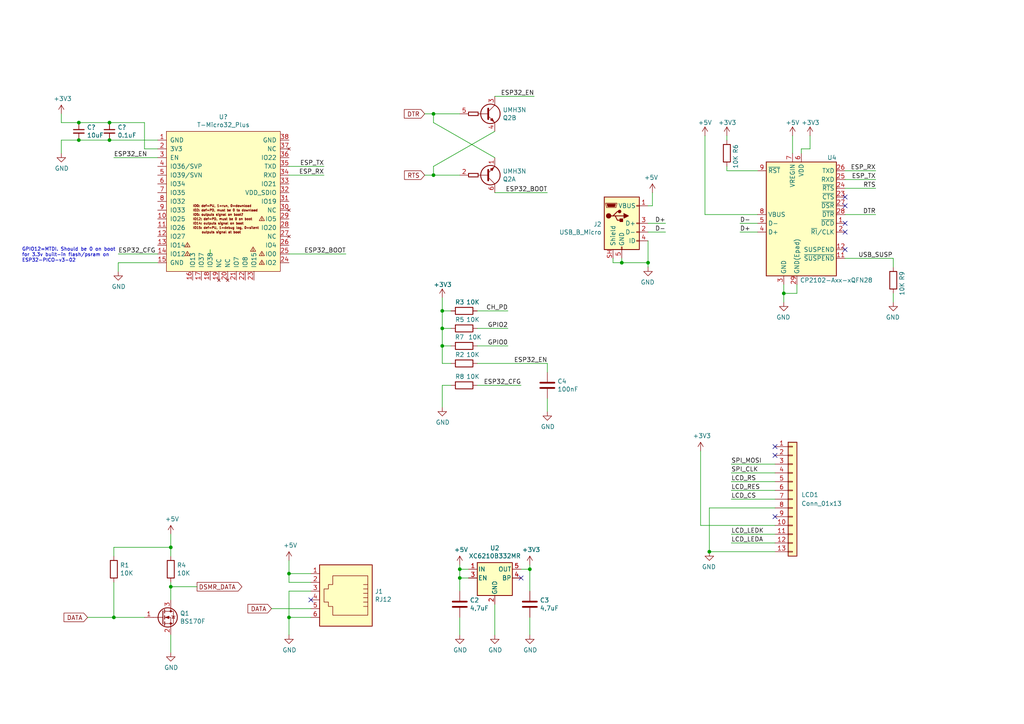
<source format=kicad_sch>
(kicad_sch (version 20211123) (generator eeschema)
  (paper "A4")
  (lib_symbols
    (symbol "Connector:RJ12" (pin_names (offset 1.016))
      (property "Reference" "J" (at -5.08 11.43 0))
      (property "Value" "RJ12" (at 2.54 11.43 0))
      (symbol "RJ12_0_1"
        (polyline (pts (xy -6.35 -1.905) (xy -5.08 -1.905) (xy -5.08 -1.905)))
        (polyline (pts (xy -6.35 -0.635) (xy -5.08 -0.635) (xy -5.08 -0.635)))
        (polyline (pts (xy -6.35 0.635) (xy -5.08 0.635) (xy -5.08 0.635)))
        (polyline (pts (xy -6.35 1.905) (xy -5.08 1.905) (xy -5.08 1.905)))
        (polyline (pts (xy -6.35 3.175) (xy -5.08 3.175) (xy -5.08 3.175)))
        (polyline (pts (xy -5.08 4.445) (xy -6.35 4.445) (xy -6.35 4.445)))
        (polyline (pts (xy -6.35 -4.445) (xy -6.35 6.985) (xy 3.81 6.985) (xy 3.81 4.445) (xy 5.08 4.445) (xy 5.08 3.175) (xy 6.35 3.175) (xy 6.35 -0.635) (xy 5.08 -0.635) (xy 5.08 -1.905) (xy 3.81 -1.905) (xy 3.81 -4.445) (xy -6.35 -4.445) (xy -6.35 -4.445)))
        (rectangle (start 7.62 10.16) (end -7.62 -7.62) (stroke (width 0.254)) (fill (type background)))
      )
      (symbol "RJ12_1_1"
        (pin passive line (at 10.16 -5.08 180) (length 2.54) (name "~") (number "1"))
        (pin passive line (at 10.16 -2.54 180) (length 2.54) (name "~") (number "2"))
        (pin passive line (at 10.16 0 180) (length 2.54) (name "~") (number "3"))
        (pin passive line (at 10.16 2.54 180) (length 2.54) (name "~") (number "4"))
        (pin passive line (at 10.16 5.08 180) (length 2.54) (name "~") (number "5"))
        (pin passive line (at 10.16 7.62 180) (length 2.54) (name "~") (number "6"))
      )
    )
    (symbol "Connector:USB_B_Micro" (pin_names (offset 1.016))
      (property "Reference" "J" (at -5.08 11.43 0))
      (property "Value" "USB_B_Micro" (at -5.08 8.89 0))
      (symbol "USB_B_Micro_0_1"
        (rectangle (start -5.08 -7.62) (end 5.08 7.62) (stroke (width 0.254)) (fill (type background)))
        (circle (center -3.81 2.159) (radius 0.635) (stroke (width 0.254)) (fill (type outline)))
        (circle (center -0.635 3.429) (radius 0.381) (stroke (width 0.254)) (fill (type outline)))
        (rectangle (start -0.127 -7.62) (end 0.127 -6.858))
        (polyline (pts (xy -1.905 2.159) (xy 0.635 2.159)) (stroke (width 0.254)))
        (polyline (pts (xy -3.175 2.159) (xy -2.54 2.159) (xy -1.27 3.429) (xy -0.635 3.429)) (stroke (width 0.254)))
        (polyline (pts (xy -2.54 2.159) (xy -1.905 2.159) (xy -1.27 0.889) (xy 0 0.889)) (stroke (width 0.254)))
        (polyline (pts (xy 0.635 2.794) (xy 0.635 1.524) (xy 1.905 2.159) (xy 0.635 2.794)) (stroke (width 0.254)) (fill (type outline)))
        (polyline (pts (xy -4.318 5.588) (xy -1.778 5.588) (xy -2.032 4.826) (xy -4.064 4.826) (xy -4.318 5.588)) (fill (type outline)))
        (polyline (pts (xy -4.699 5.842) (xy -4.699 5.588) (xy -4.445 4.826) (xy -4.445 4.572) (xy -1.651 4.572) (xy -1.651 4.826) (xy -1.397 5.588) (xy -1.397 5.842) (xy -4.699 5.842)))
        (rectangle (start 0.254 1.27) (end -0.508 0.508) (stroke (width 0.254)) (fill (type outline)))
        (rectangle (start 5.08 -5.207) (end 4.318 -4.953))
        (rectangle (start 5.08 -2.667) (end 4.318 -2.413))
        (rectangle (start 5.08 -0.127) (end 4.318 0.127))
        (rectangle (start 5.08 4.953) (end 4.318 5.207))
      )
      (symbol "USB_B_Micro_1_1"
        (pin power_out line (at 7.62 5.08 180) (length 2.54) (name "VBUS") (number "1"))
        (pin bidirectional line (at 7.62 -2.54 180) (length 2.54) (name "D-") (number "2"))
        (pin bidirectional line (at 7.62 0 180) (length 2.54) (name "D+") (number "3"))
        (pin passive line (at 7.62 -5.08 180) (length 2.54) (name "ID") (number "4"))
        (pin power_out line (at 0 -10.16 90) (length 2.54) (name "GND") (number "5"))
        (pin passive line (at -2.54 -10.16 90) (length 2.54) (name "Shield") (number "SH"))
      )
    )
    (symbol "Connector_Generic:Conn_01x13" (pin_names (offset 1.016) hide)
      (property "Reference" "J" (at 0 17.78 0))
      (property "Value" "Conn_01x13" (at 0 -17.78 0))
      (symbol "Conn_01x13_1_1"
        (rectangle (start -1.27 -15.113) (end 0 -15.367) (stroke (width 0.1524)))
        (rectangle (start -1.27 -12.573) (end 0 -12.827) (stroke (width 0.1524)))
        (rectangle (start -1.27 -10.033) (end 0 -10.287) (stroke (width 0.1524)))
        (rectangle (start -1.27 -7.493) (end 0 -7.747) (stroke (width 0.1524)))
        (rectangle (start -1.27 -4.953) (end 0 -5.207) (stroke (width 0.1524)))
        (rectangle (start -1.27 -2.413) (end 0 -2.667) (stroke (width 0.1524)))
        (rectangle (start -1.27 0.127) (end 0 -0.127) (stroke (width 0.1524)))
        (rectangle (start -1.27 2.667) (end 0 2.413) (stroke (width 0.1524)))
        (rectangle (start -1.27 5.207) (end 0 4.953) (stroke (width 0.1524)))
        (rectangle (start -1.27 7.747) (end 0 7.493) (stroke (width 0.1524)))
        (rectangle (start -1.27 10.287) (end 0 10.033) (stroke (width 0.1524)))
        (rectangle (start -1.27 12.827) (end 0 12.573) (stroke (width 0.1524)))
        (rectangle (start -1.27 15.367) (end 0 15.113) (stroke (width 0.1524)))
        (rectangle (start -1.27 16.51) (end 1.27 -16.51) (stroke (width 0.254)) (fill (type background)))
        (pin passive line (at -5.08 15.24 0) (length 3.81) (name "Pin_1") (number "1"))
        (pin passive line (at -5.08 -7.62 0) (length 3.81) (name "Pin_10") (number "10"))
        (pin passive line (at -5.08 -10.16 0) (length 3.81) (name "Pin_11") (number "11"))
        (pin passive line (at -5.08 -12.7 0) (length 3.81) (name "Pin_12") (number "12"))
        (pin passive line (at -5.08 -15.24 0) (length 3.81) (name "Pin_13") (number "13"))
        (pin passive line (at -5.08 12.7 0) (length 3.81) (name "Pin_2") (number "2"))
        (pin passive line (at -5.08 10.16 0) (length 3.81) (name "Pin_3") (number "3"))
        (pin passive line (at -5.08 7.62 0) (length 3.81) (name "Pin_4") (number "4"))
        (pin passive line (at -5.08 5.08 0) (length 3.81) (name "Pin_5") (number "5"))
        (pin passive line (at -5.08 2.54 0) (length 3.81) (name "Pin_6") (number "6"))
        (pin passive line (at -5.08 0 0) (length 3.81) (name "Pin_7") (number "7"))
        (pin passive line (at -5.08 -2.54 0) (length 3.81) (name "Pin_8") (number "8"))
        (pin passive line (at -5.08 -5.08 0) (length 3.81) (name "Pin_9") (number "9"))
      )
    )
    (symbol "Device:C" (pin_numbers hide) (pin_names (offset 0.254))
      (property "Reference" "C" (at 0.635 2.54 0))
      (property "Value" "C" (at 0.635 -2.54 0))
      (symbol "C_0_1"
        (polyline (pts (xy -2.032 -0.762) (xy 2.032 -0.762)) (stroke (width 0.508)))
        (polyline (pts (xy -2.032 0.762) (xy 2.032 0.762)) (stroke (width 0.508)))
      )
      (symbol "C_1_1"
        (pin passive line (at 0 3.81 270) (length 2.794) (name "~") (number "1"))
        (pin passive line (at 0 -3.81 90) (length 2.794) (name "~") (number "2"))
      )
    )
    (symbol "Device:C_Small" (pin_numbers hide) (pin_names (offset 0.254) hide)
      (property "Reference" "C" (at 0.254 1.778 0))
      (property "Value" "C_Small" (at 0.254 -2.032 0))
      (symbol "C_Small_0_1"
        (polyline (pts (xy -1.524 -0.508) (xy 1.524 -0.508)) (stroke (width 0.3302)))
        (polyline (pts (xy -1.524 0.508) (xy 1.524 0.508)) (stroke (width 0.3048)))
      )
      (symbol "C_Small_1_1"
        (pin passive line (at 0 2.54 270) (length 2.032) (name "~") (number "1"))
        (pin passive line (at 0 -2.54 90) (length 2.032) (name "~") (number "2"))
      )
    )
    (symbol "Device:R" (pin_numbers hide) (pin_names (offset 0))
      (property "Reference" "R" (at 2.032 0 90))
      (property "Value" "R" (at 0 0 90))
      (symbol "R_0_1"
        (rectangle (start -1.016 -2.54) (end 1.016 2.54) (stroke (width 0.254)))
      )
      (symbol "R_1_1"
        (pin passive line (at 0 3.81 270) (length 1.27) (name "~") (number "1"))
        (pin passive line (at 0 -3.81 90) (length 1.27) (name "~") (number "2"))
      )
    )
    (symbol "Interface_USB:CP2102-Axx-xQFN28"
      (property "Reference" "U" (at -8.89 31.75 0))
      (property "Value" "Interface_USB_CP2102-Axx-xQFN28" (at 12.7 31.75 0))
      (symbol "CP2102-Axx-xQFN28_0_1"
        (rectangle (start -10.16 30.48) (end 10.16 -2.54) (stroke (width 0.254)) (fill (type background)))
      )
      (symbol "CP2102-Axx-xQFN28_1_1"
        (pin input line (at 12.7 12.7 180) (length 2.54) (name "~{DCD}") (number "1"))
        (pin no_connect line (at -12.7 0 0) (length 2.54) hide (name "NC") (number "10"))
        (pin output line (at 12.7 2.54 180) (length 2.54) (name "~{SUSPEND}") (number "11"))
        (pin output line (at 12.7 5.08 180) (length 2.54) (name "SUSPEND") (number "12"))
        (pin no_connect line (at -12.7 1.27 0) (length 2.54) hide (name "~") (number "13"))
        (pin no_connect line (at -12.7 -1.27 0) (length 2.54) hide (name "~") (number "14"))
        (pin no_connect line (at -12.7 7.62 0) (length 2.54) hide (name "~") (number "15"))
        (pin no_connect line (at -12.7 6.35 0) (length 2.54) hide (name "~") (number "16"))
        (pin no_connect line (at -12.7 2.54 0) (length 2.54) hide (name "~") (number "17"))
        (pin no_connect line (at -12.7 19.05 0) (length 2.54) hide (name "~") (number "18"))
        (pin no_connect line (at -12.7 20.32 0) (length 2.54) hide (name "~") (number "19"))
        (pin bidirectional line (at 12.7 10.16 180) (length 2.54) (name "~{RI}/CLK") (number "2"))
        (pin no_connect line (at -12.7 21.59 0) (length 2.54) hide (name "~") (number "20"))
        (pin no_connect line (at -12.7 5.08 0) (length 2.54) hide (name "~") (number "21"))
        (pin no_connect line (at -12.7 3.81 0) (length 2.54) hide (name "~") (number "22"))
        (pin input line (at 12.7 20.32 180) (length 2.54) (name "~{CTS}") (number "23"))
        (pin output line (at 12.7 22.86 180) (length 2.54) (name "~{RTS}") (number "24"))
        (pin input line (at 12.7 25.4 180) (length 2.54) (name "RXD") (number "25"))
        (pin output line (at 12.7 27.94 180) (length 2.54) (name "TXD") (number "26"))
        (pin input line (at 12.7 17.78 180) (length 2.54) (name "~{DSR}") (number "27"))
        (pin output line (at 12.7 15.24 180) (length 2.54) (name "~{DTR}") (number "28"))
        (pin passive line (at -1.27 -5.08 90) (length 2.54) (name "GND(Epad)") (number "29"))
        (pin power_in line (at -5.08 -5.08 90) (length 2.54) (name "GND") (number "3"))
        (pin bidirectional line (at -12.7 10.16 0) (length 2.54) (name "D+") (number "4"))
        (pin bidirectional line (at -12.7 12.7 0) (length 2.54) (name "D-") (number "5"))
        (pin power_in line (at 0 33.02 270) (length 2.54) (name "VDD") (number "6"))
        (pin power_in line (at -2.54 33.02 270) (length 2.54) (name "VREGIN") (number "7"))
        (pin input line (at -12.7 15.24 0) (length 2.54) (name "VBUS") (number "8"))
        (pin input line (at -12.7 27.94 0) (length 2.54) (name "~{RST}") (number "9"))
      )
    )
    (symbol "Regulator_Linear:MIC5219-3.3YM5" (pin_names (offset 0.254))
      (property "Reference" "U" (at -3.81 5.715 0))
      (property "Value" "MIC5219-3.3YM5" (at 0 5.715 0))
      (symbol "MIC5219-3.3YM5_0_1"
        (rectangle (start -5.08 4.445) (end 5.08 -5.08) (stroke (width 0.254)) (fill (type background)))
      )
      (symbol "MIC5219-3.3YM5_1_1"
        (pin power_in line (at -7.62 2.54 0) (length 2.54) (name "IN") (number "1"))
        (pin power_in line (at 0 -7.62 90) (length 2.54) (name "GND") (number "2"))
        (pin input line (at -7.62 0 0) (length 2.54) (name "EN") (number "3"))
        (pin input line (at 7.62 0 180) (length 2.54) (name "BP") (number "4"))
        (pin power_out line (at 7.62 2.54 180) (length 2.54) (name "OUT") (number "5"))
      )
    )
    (symbol "Transistor_BJT:UMH3N" (pin_names hide)
      (property "Reference" "Q" (at 7.62 1.27 0))
      (property "Value" "UMH3N" (at 7.62 -1.27 0))
      (symbol "UMH3N_0_1"
        (polyline (pts (xy 3.175 0) (xy 0.254 0)))
        (polyline (pts (xy 3.175 0.635) (xy 5.08 2.54)))
        (polyline (pts (xy 3.175 1.524) (xy 3.175 -1.524)) (stroke (width 0.508)))
        (polyline (pts (xy 3.175 -0.635) (xy 5.08 -2.54) (xy 5.08 -2.54)))
        (polyline (pts (xy 3.81 -1.778) (xy 4.318 -1.27) (xy 4.826 -2.286) (xy 3.81 -1.778) (xy 3.81 -1.778)) (fill (type outline)))
        (rectangle (start 0.254 0.508) (end -2.54 -0.508) (stroke (width 0.254)))
        (circle (center 3.81 0) (radius 2.8194) (stroke (width 0.254)))
      )
      (symbol "UMH3N_1_1"
        (pin passive line (at 5.08 -5.08 90) (length 2.54) (name "E1") (number "1"))
        (pin input line (at -5.08 0 0) (length 2.54) (name "B1") (number "2"))
        (pin passive line (at 5.08 5.08 270) (length 2.54) (name "C1") (number "6"))
      )
      (symbol "UMH3N_2_1"
        (pin passive line (at 5.08 5.08 270) (length 2.54) (name "C2") (number "3"))
        (pin passive line (at 5.08 -5.08 90) (length 2.54) (name "E2") (number "4"))
        (pin input line (at -5.08 0 0) (length 2.54) (name "B2") (number "5"))
      )
    )
    (symbol "Transistor_FET:BS170F" (pin_names hide)
      (property "Reference" "Q" (at 5.08 1.905 0))
      (property "Value" "BS170F" (at 5.08 0 0))
      (symbol "BS170F_0_1"
        (polyline (pts (xy 0.254 0) (xy -2.54 0)))
        (polyline (pts (xy 0.254 1.905) (xy 0.254 -1.905)) (stroke (width 0.254)))
        (polyline (pts (xy 0.762 -1.27) (xy 0.762 -2.286)) (stroke (width 0.254)))
        (polyline (pts (xy 0.762 0.508) (xy 0.762 -0.508)) (stroke (width 0.254)))
        (polyline (pts (xy 0.762 2.286) (xy 0.762 1.27)) (stroke (width 0.254)))
        (polyline (pts (xy 2.54 2.54) (xy 2.54 1.778)))
        (polyline (pts (xy 2.54 -2.54) (xy 2.54 0) (xy 0.762 0)))
        (polyline (pts (xy 0.762 -1.778) (xy 3.302 -1.778) (xy 3.302 1.778) (xy 0.762 1.778)))
        (polyline (pts (xy 1.016 0) (xy 2.032 0.381) (xy 2.032 -0.381) (xy 1.016 0)) (fill (type outline)))
        (polyline (pts (xy 2.794 0.508) (xy 2.921 0.381) (xy 3.683 0.381) (xy 3.81 0.254)))
        (polyline (pts (xy 3.302 0.381) (xy 2.921 -0.254) (xy 3.683 -0.254) (xy 3.302 0.381)))
        (circle (center 1.651 0) (radius 2.794) (stroke (width 0.254)))
        (circle (center 2.54 -1.778) (radius 0.254) (fill (type outline)))
        (circle (center 2.54 1.778) (radius 0.254) (fill (type outline)))
      )
      (symbol "BS170F_1_1"
        (pin input line (at -5.08 0 0) (length 2.54) (name "G") (number "1"))
        (pin passive line (at 2.54 -5.08 90) (length 2.54) (name "S") (number "2"))
        (pin passive line (at 2.54 5.08 270) (length 2.54) (name "D") (number "3"))
      )
    )
    (symbol "lilygo_micro32:T-Micro32_Plus" (pin_names (offset 1.016))
      (property "Reference" "U" (at -15.24 21.59 0))
      (property "Value" "T-Micro32_Plus" (at 0 17.78 0))
      (symbol "T-Micro32_Plus_0_0"
        (text "IO0: def=PU, 1=run, 0=download" (at -8.89 -1.27 0) (effects (font (size 0.6604 0.6604)) (justify left)))
        (text "IO12: def=PD, must be 0 on boot" (at -8.89 -5.08 0) (effects (font (size 0.6604 0.6604)) (justify left)))
        (text "IO14: outputs signal on boot" (at -8.89 -6.35 0) (effects (font (size 0.6604 0.6604)) (justify left)))
        (text "IO15: def=PU, 1=debug log, 0=silent" (at -8.89 -7.62 0) (effects (font (size 0.6604 0.6604)) (justify left)))
        (text "IO2: def=PD, must be 0 to download" (at -8.89 -2.54 0) (effects (font (size 0.6604 0.6604)) (justify left)))
        (text "IO5: outputs signal on boot?" (at -8.89 -3.81 0) (effects (font (size 0.6604 0.6604)) (justify left)))
        (text "outputs signal at boot" (at -6.35 -8.89 0) (effects (font (size 0.6604 0.6604)) (justify left)))
      )
      (symbol "T-Micro32_Plus_0_1"
        (rectangle (start 16.51 -20.32) (end -16.51 20.32) (fill (type background)))
      )
      (symbol "T-Micro32_Plus_1_1"
        (circle (center -10.414 -15.494) (radius 0.0001))
        (circle (center -10.414 -12.954) (radius 0.0001))
        (polyline (pts (xy -10.414 -14.986) (xy -10.414 -15.24)))
        (polyline (pts (xy -10.414 -12.446) (xy -10.414 -12.7)))
        (polyline (pts (xy 8.636 -13.716) (xy 8.636 -13.97)))
        (polyline (pts (xy 11.176 -17.526) (xy 11.176 -17.78)))
        (polyline (pts (xy 11.176 -14.986) (xy 11.176 -15.24)))
        (polyline (pts (xy 11.176 -4.826) (xy 11.176 -5.08)))
        (polyline (pts (xy -10.414 -14.478) (xy -11.176 -15.748) (xy -9.652 -15.748) (xy -10.414 -14.478)))
        (polyline (pts (xy -10.414 -11.938) (xy -11.176 -13.208) (xy -9.652 -13.208) (xy -10.414 -11.938)))
        (polyline (pts (xy 8.636 -13.208) (xy 7.874 -14.478) (xy 9.398 -14.478) (xy 8.636 -13.208)))
        (polyline (pts (xy 11.176 -17.018) (xy 10.414 -18.288) (xy 11.938 -18.288) (xy 11.176 -17.018)))
        (polyline (pts (xy 11.176 -14.478) (xy 10.414 -15.748) (xy 11.938 -15.748) (xy 11.176 -14.478)))
        (polyline (pts (xy 11.176 -4.318) (xy 10.414 -5.588) (xy 11.938 -5.588) (xy 11.176 -4.318)))
        (circle (center 8.636 -14.224) (radius 0.0001))
        (circle (center 11.176 -18.034) (radius 0.0001))
        (circle (center 11.176 -15.494) (radius 0.0001))
        (circle (center 11.176 -5.334) (radius 0.0001))
        (pin power_in line (at -19.05 17.78 0) (length 2.54) (name "GND") (number "1"))
        (pin bidirectional line (at -19.05 -5.08 0) (length 2.54) (name "IO25") (number "10"))
        (pin bidirectional line (at -19.05 -7.62 0) (length 2.54) (name "IO26") (number "11"))
        (pin bidirectional line (at -19.05 -10.16 0) (length 2.54) (name "IO27") (number "12"))
        (pin bidirectional line (at -19.05 -12.7 0) (length 2.54) (name "IO14") (number "13"))
        (pin bidirectional line (at -19.05 -15.24 0) (length 2.54) (name "IO12") (number "14"))
        (pin power_in line (at -19.05 -17.78 0) (length 2.54) (name "GND") (number "15"))
        (pin bidirectional line (at -8.89 -22.86 90) (length 2.54) (name "IO13") (number "16"))
        (pin input line (at -6.35 -22.86 90) (length 2.54) (name "IO37") (number "17"))
        (pin input line (at -3.81 -22.86 90) (length 2.54) (name "IO38") (number "18"))
        (pin no_connect line (at -1.27 -22.86 90) (length 2.54) (name "NC") (number "19"))
        (pin power_in line (at -19.05 15.24 0) (length 2.54) (name "3V3") (number "2"))
        (pin no_connect line (at 1.27 -22.86 90) (length 2.54) (name "NC") (number "20"))
        (pin bidirectional line (at 3.81 -22.86 90) (length 2.54) (name "IO7") (number "21"))
        (pin bidirectional line (at 6.35 -22.86 90) (length 2.54) (name "IO8") (number "22"))
        (pin bidirectional line (at 8.89 -22.86 90) (length 2.54) (name "IO15") (number "23"))
        (pin bidirectional line (at 19.05 -17.78 180) (length 2.54) (name "IO2") (number "24"))
        (pin bidirectional line (at 19.05 -15.24 180) (length 2.54) (name "IO0") (number "25"))
        (pin bidirectional line (at 19.05 -12.7 180) (length 2.54) (name "IO4") (number "26"))
        (pin no_connect line (at 19.05 -10.16 180) (length 2.54) (name "NC") (number "27"))
        (pin bidirectional line (at 19.05 -7.62 180) (length 2.54) (name "IO20") (number "28"))
        (pin bidirectional line (at 19.05 -5.08 180) (length 2.54) (name "IO5") (number "29"))
        (pin input line (at -19.05 12.7 0) (length 2.54) (name "EN") (number "3"))
        (pin no_connect line (at 19.05 -2.54 180) (length 2.54) (name "NC") (number "30"))
        (pin bidirectional line (at 19.05 0 180) (length 2.54) (name "IO19") (number "31"))
        (pin passive line (at 19.05 2.54 180) (length 2.54) (name "VDD_SDIO") (number "32"))
        (pin bidirectional line (at 19.05 5.08 180) (length 2.54) (name "IO21") (number "33"))
        (pin input line (at 19.05 7.62 180) (length 2.54) (name "RXD") (number "34"))
        (pin output line (at 19.05 10.16 180) (length 2.54) (name "TXD") (number "35"))
        (pin bidirectional line (at 19.05 12.7 180) (length 2.54) (name "IO22") (number "36"))
        (pin no_connect line (at 19.05 15.24 180) (length 2.54) (name "NC") (number "37"))
        (pin power_in line (at 19.05 17.78 180) (length 2.54) (name "GND") (number "38"))
        (pin input line (at -19.05 10.16 0) (length 2.54) (name "IO36/SVP") (number "4"))
        (pin input line (at -19.05 7.62 0) (length 2.54) (name "IO39/SVN") (number "5"))
        (pin input line (at -19.05 5.08 0) (length 2.54) (name "IO34") (number "6"))
        (pin input line (at -19.05 2.54 0) (length 2.54) (name "IO35") (number "7"))
        (pin bidirectional line (at -19.05 0 0) (length 2.54) (name "IO32") (number "8"))
        (pin bidirectional line (at -19.05 -2.54 0) (length 2.54) (name "IO33") (number "9"))
      )
    )
    (symbol "power:+3.3V" (power) (pin_names (offset 0))
      (property "Value" "+3.3V" (at 0 3.556 0))
      (symbol "+3.3V_0_1"
        (polyline (pts (xy -0.762 1.27) (xy 0 2.54)))
        (polyline (pts (xy 0 0) (xy 0 2.54)))
        (polyline (pts (xy 0 2.54) (xy 0.762 1.27)))
      )
      (symbol "+3.3V_1_1"
        (pin power_in line (at 0 0 90) (length 0) hide (name "+3V3") (number "1"))
      )
    )
    (symbol "power:+5V" (power) (pin_names (offset 0))
      (property "Value" "+5V" (at 0 3.556 0))
      (symbol "+5V_0_1"
        (polyline (pts (xy -0.762 1.27) (xy 0 2.54)))
        (polyline (pts (xy 0 0) (xy 0 2.54)))
        (polyline (pts (xy 0 2.54) (xy 0.762 1.27)))
      )
      (symbol "+5V_1_1"
        (pin power_in line (at 0 0 90) (length 0) hide (name "+5V") (number "1"))
      )
    )
    (symbol "power:GND" (power) (pin_names (offset 0))
      (property "Value" "GND" (at 0 -3.81 0))
      (symbol "GND_0_1"
        (polyline (pts (xy 0 0) (xy 0 -1.27) (xy 1.27 -1.27) (xy 0 -2.54) (xy -1.27 -1.27) (xy 0 -1.27)))
      )
      (symbol "GND_1_1"
        (pin power_in line (at 0 0 270) (length 0) hide (name "GND") (number "1"))
      )
    )
  )
  (junction (at 83.82 179.07))
  (junction (at 33.02 179.07))
  (junction (at 128.27 100.33))
  (junction (at 125.73 33.02))
  (junction (at 128.27 90.17))
  (junction (at 31.75 40.64))
  (junction (at 22.86 40.64))
  (junction (at 133.35 165.1))
  (junction (at 133.35 167.64))
  (junction (at 205.74 160.02))
  (junction (at 31.75 35.56))
  (junction (at 125.73 50.8))
  (junction (at 22.86 35.56))
  (junction (at 153.67 165.1))
  (junction (at 180.34 76.2))
  (junction (at 49.53 158.75))
  (junction (at 49.53 170.18))
  (junction (at 83.82 166.37))
  (junction (at 187.96 76.2))
  (junction (at 227.33 85.09))
  (junction (at 128.27 95.25))
  (no_connect (at 90.17 173.99))
  (no_connect (at 151.13 167.64))
  (no_connect (at 245.11 57.15))
  (no_connect (at 224.79 129.54))
  (no_connect (at 224.79 132.08))
  (no_connect (at 245.11 67.31))
  (no_connect (at 224.79 149.86))
  (no_connect (at 245.11 64.77))
  (no_connect (at 245.11 72.39))
  (no_connect (at 245.11 59.69))
  (wire (pts (xy 187.96 76.2) (xy 187.96 77.47)))
  (wire (pts (xy 212.09 134.62) (xy 224.79 134.62)))
  (wire (pts (xy 143.51 38.1) (xy 125.73 48.26)))
  (wire (pts (xy 83.82 166.37) (xy 83.82 168.91)))
  (wire (pts (xy 177.8 76.2) (xy 180.34 76.2)))
  (wire (pts (xy 83.82 48.26) (xy 93.98 48.26)))
  (wire (pts (xy 17.78 40.64) (xy 22.86 40.64)))
  (wire (pts (xy 133.35 167.64) (xy 133.35 165.1)))
  (wire (pts (xy 231.14 82.55) (xy 231.14 85.09)))
  (wire (pts (xy 193.04 67.31) (xy 187.96 67.31)))
  (wire (pts (xy 254 62.23) (xy 245.11 62.23)))
  (wire (pts (xy 245.11 52.07) (xy 254 52.07)))
  (wire (pts (xy 41.91 179.07) (xy 33.02 179.07)))
  (wire (pts (xy 90.17 166.37) (xy 83.82 166.37)))
  (wire (pts (xy 224.79 152.4) (xy 203.2 152.4)))
  (wire (pts (xy 41.91 43.18) (xy 41.91 35.56)))
  (wire (pts (xy 204.47 62.23) (xy 219.71 62.23)))
  (wire (pts (xy 128.27 111.76) (xy 128.27 118.11)))
  (wire (pts (xy 224.79 147.32) (xy 205.74 147.32)))
  (wire (pts (xy -92.71 85.09) (xy -85.09 85.09)))
  (wire (pts (xy -39.37 85.09) (xy -30.48 85.09)))
  (wire (pts (xy 41.91 35.56) (xy 31.75 35.56)))
  (wire (pts (xy 153.67 179.07) (xy 153.67 184.15)))
  (wire (pts (xy 143.51 45.72) (xy 125.73 35.56)))
  (wire (pts (xy 212.09 157.48) (xy 224.79 157.48)))
  (wire (pts (xy 153.67 165.1) (xy 153.67 163.83)))
  (wire (pts (xy 138.43 100.33) (xy 147.32 100.33)))
  (wire (pts (xy 212.09 137.16) (xy 224.79 137.16)))
  (wire (pts (xy 234.95 43.18) (xy 232.41 43.18)))
  (wire (pts (xy 193.04 64.77) (xy 187.96 64.77)))
  (wire (pts (xy 45.72 43.18) (xy 41.91 43.18)))
  (wire (pts (xy 22.86 35.56) (xy 17.78 35.56)))
  (wire (pts (xy 78.74 176.53) (xy 90.17 176.53)))
  (wire (pts (xy 128.27 90.17) (xy 128.27 95.25)))
  (wire (pts (xy 125.73 48.26) (xy 125.73 50.8)))
  (wire (pts (xy 245.11 74.93) (xy 259.08 74.93)))
  (wire (pts (xy 83.82 50.8) (xy 93.98 50.8)))
  (wire (pts (xy 234.95 39.37) (xy 234.95 43.18)))
  (wire (pts (xy 128.27 86.36) (xy 128.27 90.17)))
  (wire (pts (xy 205.74 147.32) (xy 205.74 160.02)))
  (wire (pts (xy 151.13 165.1) (xy 153.67 165.1)))
  (wire (pts (xy -30.48 77.47) (xy -39.37 77.47)))
  (wire (pts (xy 153.67 165.1) (xy 153.67 171.45)))
  (wire (pts (xy 49.53 168.91) (xy 49.53 170.18)))
  (wire (pts (xy 33.02 179.07) (xy 33.02 168.91)))
  (wire (pts (xy 212.09 144.78) (xy 224.79 144.78)))
  (wire (pts (xy 83.82 162.56) (xy 83.82 166.37)))
  (wire (pts (xy 232.41 43.18) (xy 232.41 44.45)))
  (wire (pts (xy 204.47 62.23) (xy 204.47 39.37)))
  (wire (pts (xy 31.75 40.64) (xy 22.86 40.64)))
  (wire (pts (xy 133.35 179.07) (xy 133.35 184.15)))
  (wire (pts (xy 125.73 50.8) (xy 123.19 50.8)))
  (wire (pts (xy 34.29 76.2) (xy 34.29 78.74)))
  (wire (pts (xy 49.53 170.18) (xy 49.53 173.99)))
  (wire (pts (xy 229.87 39.37) (xy 229.87 44.45)))
  (wire (pts (xy -39.37 87.63) (xy -30.48 87.63)))
  (wire (pts (xy 83.82 179.07) (xy 83.82 184.15)))
  (wire (pts (xy 180.34 76.2) (xy 187.96 76.2)))
  (wire (pts (xy 60.96 73.66) (xy 60.96 72.39)))
  (wire (pts (xy 33.02 45.72) (xy 45.72 45.72)))
  (wire (pts (xy 125.73 33.02) (xy 133.35 33.02)))
  (wire (pts (xy 138.43 105.41) (xy 158.75 105.41)))
  (wire (pts (xy 125.73 50.8) (xy 133.35 50.8)))
  (wire (pts (xy 128.27 90.17) (xy 130.81 90.17)))
  (wire (pts (xy 143.51 175.26) (xy 143.51 184.15)))
  (wire (pts (xy 90.17 171.45) (xy 83.82 171.45)))
  (wire (pts (xy 203.2 130.81) (xy 203.2 152.4)))
  (wire (pts (xy 143.51 27.94) (xy 154.94 27.94)))
  (wire (pts (xy 227.33 87.63) (xy 227.33 85.09)))
  (wire (pts (xy 125.73 35.56) (xy 125.73 33.02)))
  (wire (pts (xy 128.27 100.33) (xy 130.81 100.33)))
  (wire (pts (xy 210.82 49.53) (xy 210.82 48.26)))
  (wire (pts (xy 49.53 158.75) (xy 49.53 161.29)))
  (wire (pts (xy 212.09 139.7) (xy 224.79 139.7)))
  (wire (pts (xy 227.33 85.09) (xy 227.33 82.55)))
  (wire (pts (xy 34.29 76.2) (xy 45.72 76.2)))
  (wire (pts (xy 158.75 107.95) (xy 158.75 105.41)))
  (wire (pts (xy 187.96 59.69) (xy 189.23 59.69)))
  (wire (pts (xy 177.8 74.93) (xy 177.8 76.2)))
  (wire (pts (xy -39.37 82.55) (xy -30.48 82.55)))
  (wire (pts (xy 49.53 184.15) (xy 49.53 189.23)))
  (wire (pts (xy 219.71 67.31) (xy 214.63 67.31)))
  (wire (pts (xy 133.35 167.64) (xy 133.35 171.45)))
  (wire (pts (xy 138.43 90.17) (xy 147.32 90.17)))
  (wire (pts (xy 90.17 179.07) (xy 83.82 179.07)))
  (wire (pts (xy 128.27 105.41) (xy 128.27 100.33)))
  (wire (pts (xy 25.4 179.07) (xy 33.02 179.07)))
  (wire (pts (xy 138.43 95.25) (xy 147.32 95.25)))
  (wire (pts (xy 49.53 154.94) (xy 49.53 158.75)))
  (wire (pts (xy 259.08 77.47) (xy 259.08 74.93)))
  (wire (pts (xy 138.43 111.76) (xy 151.13 111.76)))
  (wire (pts (xy 31.75 35.56) (xy 22.86 35.56)))
  (wire (pts (xy 123.19 33.02) (xy 125.73 33.02)))
  (wire (pts (xy 33.02 161.29) (xy 33.02 158.75)))
  (wire (pts (xy 189.23 59.69) (xy 189.23 55.88)))
  (wire (pts (xy -39.37 80.01) (xy -30.48 80.01)))
  (wire (pts (xy 34.29 73.66) (xy 45.72 73.66)))
  (wire (pts (xy 130.81 105.41) (xy 128.27 105.41)))
  (wire (pts (xy 254 54.61) (xy 245.11 54.61)))
  (wire (pts (xy 83.82 73.66) (xy 100.33 73.66)))
  (wire (pts (xy 143.51 55.88) (xy 158.75 55.88)))
  (wire (pts (xy 83.82 171.45) (xy 83.82 179.07)))
  (wire (pts (xy 17.78 40.64) (xy 17.78 44.45)))
  (wire (pts (xy 83.82 168.91) (xy 90.17 168.91)))
  (wire (pts (xy 180.34 76.2) (xy 180.34 74.93)))
  (wire (pts (xy 33.02 158.75) (xy 49.53 158.75)))
  (wire (pts (xy 205.74 160.02) (xy 224.79 160.02)))
  (wire (pts (xy 135.89 167.64) (xy 133.35 167.64)))
  (wire (pts (xy 245.11 49.53) (xy 254 49.53)))
  (wire (pts (xy 259.08 87.63) (xy 259.08 85.09)))
  (wire (pts (xy 212.09 154.94) (xy 224.79 154.94)))
  (wire (pts (xy 219.71 49.53) (xy 210.82 49.53)))
  (wire (pts (xy 219.71 64.77) (xy 214.63 64.77)))
  (wire (pts (xy 128.27 95.25) (xy 130.81 95.25)))
  (wire (pts (xy -92.71 80.01) (xy -85.09 80.01)))
  (wire (pts (xy 212.09 142.24) (xy 224.79 142.24)))
  (wire (pts (xy 187.96 69.85) (xy 187.96 76.2)))
  (wire (pts (xy -92.71 82.55) (xy -85.09 82.55)))
  (wire (pts (xy 128.27 95.25) (xy 128.27 100.33)))
  (wire (pts (xy 158.75 119.38) (xy 158.75 115.57)))
  (wire (pts (xy 135.89 165.1) (xy 133.35 165.1)))
  (wire (pts (xy 45.72 40.64) (xy 31.75 40.64)))
  (wire (pts (xy 133.35 165.1) (xy 133.35 163.83)))
  (wire (pts (xy 210.82 39.37) (xy 210.82 40.64)))
  (wire (pts (xy 231.14 85.09) (xy 227.33 85.09)))
  (wire (pts (xy 57.15 170.18) (xy 49.53 170.18)))
  (wire (pts (xy 17.78 35.56) (xy 17.78 33.02)))
  (wire (pts (xy -85.09 87.63) (xy -92.71 87.63)))
  (wire (pts (xy 130.81 111.76) (xy 128.27 111.76)))
  (text "GPIO12=MTDI. Should be 0 on boot\nfor 3.3v built-in flash/psram on\nESP32-PICO-v3-02" (at 6.35 76.2 0) (effects (font (size 0.9906 0.9906)) (justify left bottom)))
  (text "TODO for v 1.3\n- change Q1 to common device\n- smaller refdes\n\nHistory\n- updated OLED to LCD\n" (at -118.11 24.13 0) (effects (font (size 2.9972 2.9972)) (justify left bottom)))
  (label "GPIO0" (at 147.32 100.33 180))
  (label "DTR" (at 254 62.23 180))
  (label "RTS" (at 254 54.61 180))
  (label "LCD_LEDA" (at 212.09 157.48 0))
  (label "ESP32_EN" (at 33.02 45.72 0))
  (label "LCD_CS" (at 212.09 144.78 0))
  (label "D-" (at 193.04 67.31 180))
  (label "LCD_CS" (at -30.48 77.47 180))
  (label "ESP_TX" (at 93.98 48.26 180))
  (label "USB_SUSP" (at 248.92 74.93 0))
  (label "LCD_RS" (at 212.09 139.7 0))
  (label "ESP_RX" (at 93.98 50.8 180))
  (label "ESP32_CFG" (at 34.29 73.66 0))
  (label "GPIO0" (at -30.48 82.55 180))
  (label "GPIO2" (at 147.32 95.25 180))
  (label "ESP32_BOOT" (at 100.33 73.66 180))
  (label "LCD_RES" (at 212.09 142.24 0))
  (label "ESP32_CFG" (at 151.13 111.76 180))
  (label "ESP32_EN" (at 154.94 27.94 180))
  (label "SPI_MOSI" (at -92.71 87.63 0))
  (label "SPI_CLK" (at 212.09 137.16 0))
  (label "D-" (at 214.63 64.77 0))
  (label "CH_PD" (at 147.32 90.17 180))
  (label "ESP32_BOOT" (at 158.75 55.88 180))
  (label "LCD_LEDK" (at 212.09 154.94 0))
  (label "SPI_CLK" (at -92.71 82.55 0))
  (label "D+" (at 214.63 67.31 0))
  (label "ESP_RX" (at 254 49.53 180))
  (label "GPIO2" (at -30.48 85.09 180))
  (label "DSMR_DATA" (at -92.71 85.09 0))
  (label "ESP32_EN" (at 158.75 105.41 180))
  (label "LCD_RS" (at -30.48 80.01 180))
  (label "LCD_RES" (at -92.71 80.01 0))
  (label "D+" (at 193.04 64.77 180))
  (label "SPI_MOSI" (at 212.09 134.62 0))
  (label "ESP_TX" (at 254 52.07 180))
  (label "GPIO15" (at -30.48 87.63 180))
  (global_label "DTR" (shape input) (at 123.19 33.02 180) (property "Intersheet References" "${INTERSHEET_REFS}" (effects hide)))
  (global_label "DATA" (shape input) (at 25.4 179.07 180) (property "Intersheet References" "${INTERSHEET_REFS}" (effects hide)))
  (global_label "DATA" (shape input) (at 78.74 176.53 180) (property "Intersheet References" "${INTERSHEET_REFS}" (effects hide)))
  (global_label "DSMR_DATA" (shape output) (at 57.15 170.18 0) (property "Intersheet References" "${INTERSHEET_REFS}" (effects hide)))
  (global_label "RTS" (shape input) (at 123.19 50.8 180) (property "Intersheet References" "${INTERSHEET_REFS}" (effects hide)))
  (symbol (lib_id "Connector:RJ12") (at 100.33 171.45 180) (unit 1)
    (property "Reference" "J1" (at 108.712 171.5516 0) (effects (justify right)))
    (property "Value" "RJ12" (at 108.712 173.863 0) (effects (justify right)))
    (property "Footprint" "Connector_RJ:RJ12_Amphenol_54601" (effects hide))
  )
  (symbol (lib_id "Device:R") (at 134.62 105.41 270) (unit 1)
    (property "Reference" "R2" (at 133.35 102.87 90))
    (property "Value" "10K" (at 137.16 102.87 90))
    (property "Footprint" "Resistor_SMD:R_0603_1608Metric" (effects hide))
  )
  (symbol (lib_id "Device:R") (at 134.62 90.17 90) (unit 1)
    (property "Reference" "R3" (at 133.35 87.63 90))
    (property "Value" "10K" (at 137.16 87.63 90))
    (property "Footprint" "Resistor_SMD:R_0603_1608Metric" (effects hide))
  )
  (symbol (lib_id "Device:R") (at 134.62 111.76 270) (unit 1)
    (property "Reference" "R8" (at 133.35 109.22 90))
    (property "Value" "10K" (at 137.16 109.22 90))
    (property "Footprint" "Resistor_SMD:R_0603_1608Metric" (effects hide))
  )
  (symbol (lib_id "power:GND") (at 17.78 44.45 0) (unit 1)
    (property "Reference" "#PWR09" (effects hide))
    (property "Value" "GND" (at 17.907 48.8442 0))
  )
  (symbol (lib_id "power:GND") (at 128.27 118.11 0) (unit 1)
    (property "Reference" "#PWR011" (effects hide))
    (property "Value" "GND" (at 128.397 122.5042 0))
  )
  (symbol (lib_id "Device:R") (at 49.53 165.1 0) (unit 1)
    (property "Reference" "R4" (at 51.308 163.9316 0) (effects (justify left)))
    (property "Value" "10K" (at 51.308 166.243 0) (effects (justify left)))
    (property "Footprint" "Resistor_SMD:R_0603_1608Metric" (effects hide))
  )
  (symbol (lib_id "Device:R") (at 33.02 165.1 0) (unit 1)
    (property "Reference" "R1" (at 34.798 163.9316 0) (effects (justify left)))
    (property "Value" "10K" (at 34.798 166.243 0) (effects (justify left)))
    (property "Footprint" "Resistor_SMD:R_0603_1608Metric" (effects hide))
  )
  (symbol (lib_id "power:+5V") (at 49.53 154.94 0) (unit 1)
    (property "Reference" "#PWR05" (effects hide))
    (property "Value" "+5V" (at 49.911 150.5458 0))
  )
  (symbol (lib_id "power:GND") (at 49.53 189.23 0) (unit 1)
    (property "Reference" "#PWR06" (effects hide))
    (property "Value" "GND" (at 49.657 193.6242 0))
  )
  (symbol (lib_id "power:GND") (at 83.82 184.15 0) (unit 1)
    (property "Reference" "#PWR08" (effects hide))
    (property "Value" "GND" (at 83.947 188.5442 0))
  )
  (symbol (lib_id "power:+5V") (at 83.82 162.56 0) (unit 1)
    (property "Reference" "#PWR07" (effects hide))
    (property "Value" "+5V" (at 84.201 158.1658 0))
  )
  (symbol (lib_id "power:+3.3V") (at 128.27 86.36 0) (unit 1)
    (property "Reference" "#PWR02" (effects hide))
    (property "Value" "+3.3V" (at 125.73 82.55 0) (effects (justify left)))
  )
  (symbol (lib_id "power:GND") (at 133.35 184.15 0) (unit 1)
    (property "Reference" "#PWR015" (effects hide))
    (property "Value" "GND" (at 133.477 188.5442 0))
  )
  (symbol (lib_id "power:GND") (at 143.51 184.15 0) (unit 1)
    (property "Reference" "#PWR017" (effects hide))
    (property "Value" "GND" (at 143.637 188.5442 0))
  )
  (symbol (lib_id "power:GND") (at 153.67 184.15 0) (unit 1)
    (property "Reference" "#PWR019" (effects hide))
    (property "Value" "GND" (at 153.797 188.5442 0))
  )
  (symbol (lib_id "power:+5V") (at 133.35 163.83 0) (unit 1)
    (property "Reference" "#PWR014" (effects hide))
    (property "Value" "+5V" (at 133.731 159.4358 0))
  )
  (symbol (lib_id "power:+3.3V") (at 153.67 163.83 0) (unit 1)
    (property "Reference" "#PWR018" (effects hide))
    (property "Value" "+3.3V" (at 154.051 159.4358 0))
  )
  (symbol (lib_id "Connector:USB_B_Micro") (at 180.34 64.77 0) (unit 1)
    (property "Reference" "J2" (at 174.498 65.0494 0) (effects (justify right)))
    (property "Value" "USB_B_Micro" (at 174.498 67.3608 0) (effects (justify right)))
    (property "Footprint" "MySymbols:USB_Micro_B_Female" (effects hide))
  )
  (symbol (lib_id "power:+5V") (at 189.23 55.88 0) (mirror y) (unit 1)
    (property "Reference" "#PWR012" (effects hide))
    (property "Value" "+5V" (at 188.849 51.4858 0))
  )
  (symbol (lib_id "power:GND") (at 187.96 77.47 0) (mirror y) (unit 1)
    (property "Reference" "#PWR013" (effects hide))
    (property "Value" "GND" (at 187.833 81.8642 0))
  )
  (symbol (lib_id "Device:R") (at 134.62 100.33 270) (unit 1)
    (property "Reference" "R7" (at 134.62 97.79 90) (effects (justify right)))
    (property "Value" "10K" (at 139.7 97.79 90) (effects (justify right)))
    (property "Footprint" "Resistor_SMD:R_0603_1608Metric" (effects hide))
  )
  (symbol (lib_id "Transistor_FET:BS170F") (at 46.99 179.07 0) (unit 1)
    (property "Reference" "Q1" (at 52.197 177.9016 0) (effects (justify left)))
    (property "Value" "BS170F" (at 52.197 180.213 0) (effects (justify left)))
    (property "Footprint" "Package_TO_SOT_SMD:SOT-23" (effects hide))
    (property "Datasheet" "http://www.diodes.com/assets/Datasheets/BS170F.pdf" (effects hide))
  )
  (symbol (lib_id "Device:R") (at 134.62 95.25 270) (unit 1)
    (property "Reference" "R5" (at 133.35 92.71 90))
    (property "Value" "10K" (at 137.16 92.71 90))
    (property "Footprint" "Resistor_SMD:R_0603_1608Metric" (effects hide))
  )
  (symbol (lib_id "Interface_USB:CP2102-Axx-xQFN28") (at 232.41 77.47 0) (unit 1)
    (property "Reference" "U4" (at 241.3 45.72 0))
    (property "Value" "CP2102-Axx-xQFN28" (at 242.57 81.28 0))
    (property "Footprint" "Package_DFN_QFN:QFN-28-1EP_5x5mm_P0.5mm_EP3.35x3.35mm" (effects hide))
    (property "Datasheet" "https://www.silabs.com/documents/public/data-sheets/CP2102-9.pdf" (effects hide))
  )
  (symbol (lib_id "Device:C") (at 158.75 111.76 0) (unit 1)
    (property "Reference" "C4" (at 161.671 110.5916 0) (effects (justify left)))
    (property "Value" "100nF" (at 161.671 112.903 0) (effects (justify left)))
    (property "Footprint" "Capacitor_SMD:C_0603_1608Metric" (effects hide))
  )
  (symbol (lib_id "power:GND") (at 158.75 119.38 0) (unit 1)
    (property "Reference" "#PWR0103" (effects hide))
    (property "Value" "GND" (at 158.877 123.7742 0))
  )
  (symbol (lib_id "Transistor_BJT:UMH3N") (at 138.43 50.8 0) (mirror x) (unit 1)
    (property "Reference" "Q2" (at 145.796 51.9684 0) (effects (justify left)))
    (property "Value" "UMH3N" (at 145.796 49.657 0) (effects (justify left)))
    (property "Footprint" "Package_TO_SOT_SMD:SOT-363_SC-70-6" (effects hide))
    (property "Datasheet" "http://rohmfs.rohm.com/en/products/databook/datasheet/discrete/transistor/digital/emh3t2r-e.pdf" (effects hide))
  )
  (symbol (lib_id "Transistor_BJT:UMH3N") (at 138.43 33.02 0) (unit 2)
    (property "Reference" "Q2" (at 145.796 34.1884 0) (effects (justify left)))
    (property "Value" "UMH3N" (at 145.796 31.877 0) (effects (justify left)))
    (property "Footprint" "Package_TO_SOT_SMD:SOT-363_SC-70-6" (effects hide))
    (property "Datasheet" "http://rohmfs.rohm.com/en/products/databook/datasheet/discrete/transistor/digital/emh3t2r-e.pdf" (effects hide))
  )
  (symbol (lib_id "power:GND") (at 227.33 87.63 0) (mirror y) (unit 1)
    (property "Reference" "#PWR0104" (effects hide))
    (property "Value" "GND" (at 227.203 92.0242 0))
  )
  (symbol (lib_id "power:+5V") (at 229.87 39.37 0) (mirror y) (unit 1)
    (property "Reference" "#PWR0105" (effects hide))
    (property "Value" "+5V" (at 229.87 35.56 0))
  )
  (symbol (lib_id "power:+3.3V") (at 234.95 39.37 0) (unit 1)
    (property "Reference" "#PWR0106" (effects hide))
    (property "Value" "+3.3V" (at 232.41 35.56 0) (effects (justify left)))
  )
  (symbol (lib_id "Device:R") (at 210.82 44.45 0) (unit 1)
    (property "Reference" "R6" (at 213.36 43.18 90))
    (property "Value" "10K" (at 213.36 46.99 90))
    (property "Footprint" "Resistor_SMD:R_0603_1608Metric" (effects hide))
  )
  (symbol (lib_id "power:+3.3V") (at 210.82 39.37 0) (unit 1)
    (property "Reference" "#PWR0107" (effects hide))
    (property "Value" "+3.3V" (at 208.28 35.56 0) (effects (justify left)))
  )
  (symbol (lib_id "Device:R") (at 259.08 81.28 180) (unit 1)
    (property "Reference" "R9" (at 261.62 80.01 90))
    (property "Value" "10K" (at 261.62 83.82 90))
    (property "Footprint" "Resistor_SMD:R_0603_1608Metric" (effects hide))
  )
  (symbol (lib_id "power:+5V") (at 204.47 39.37 0) (mirror y) (unit 1)
    (property "Reference" "#PWR0110" (effects hide))
    (property "Value" "+5V" (at 204.47 35.56 0))
  )
  (symbol (lib_id "power:GND") (at 259.08 87.63 0) (mirror y) (unit 1)
    (property "Reference" "#PWR0111" (effects hide))
    (property "Value" "GND" (at 258.953 92.0242 0))
  )
  (symbol (lib_id "Regulator_Linear:MIC5219-3.3YM5") (at 143.51 167.64 0) (unit 1)
    (property "Reference" "U2" (at 143.51 158.9532 0))
    (property "Value" "XC6210B332MR" (at 143.51 161.2646 0))
    (property "Footprint" "Package_TO_SOT_SMD:SOT-23-5" (effects hide))
    (property "Datasheet" "http://www.farnell.com/datasheets/2012972.pdf" (effects hide))
    (property "suppier" "Farnell" (effects hide))
    (property "ordercode" "1057803" (effects hide))
  )
  (symbol (lib_id "Device:C") (at 133.35 175.26 0) (unit 1)
    (property "Reference" "C2" (at 136.271 174.0916 0) (effects (justify left)))
    (property "Value" "4,7uF" (at 136.271 176.403 0) (effects (justify left)))
    (property "Footprint" "Capacitor_SMD:C_0805_2012Metric" (effects hide))
    (property "supplier" "farnell" (effects hide))
    (property "ordercode" "2611880" (effects hide))
  )
  (symbol (lib_id "Device:C") (at 153.67 175.26 0) (unit 1)
    (property "Reference" "C3" (at 156.591 174.0916 0) (effects (justify left)))
    (property "Value" "4,7uF" (at 156.591 176.403 0) (effects (justify left)))
    (property "Footprint" "Capacitor_SMD:C_0805_2012Metric" (effects hide))
    (property "supplier" "farnell" (effects hide))
    (property "ordercode" "2611880" (effects hide))
  )
  (symbol (lib_id "lilygo_micro32:T-Micro32_Plus") (at 64.77 58.42 0) (unit 1)
    (property "Reference" "U?" (at 64.77 33.909 0))
    (property "Value" "T-Micro32_Plus" (at 64.77 36.2204 0))
    (property "Footprint" "lilygo_micro32:T-Micro32" (effects hide))
    (property "AliExpress" "https://www.aliexpress.com/item/1005002308952882.html" (effects hide))
    (property "Digikey" "N/A" (effects hide))
    (property "LCSC" "N/A" (effects hide))
    (property "Mouser" "N/A" (effects hide))
  )
  (symbol (lib_id "power:GND") (at 34.29 78.74 0) (unit 1)
    (property "Reference" "#PWR?" (effects hide))
    (property "Value" "GND" (at 34.417 83.1342 0))
  )
  (symbol (lib_id "power:+3.3V") (at 17.78 33.02 0) (unit 1)
    (property "Reference" "#PWR?" (effects hide))
    (property "Value" "+3.3V" (at 18.161 28.6258 0))
  )
  (symbol (lib_id "power:GND") (at 205.74 160.02 0) (mirror y) (unit 1)
    (property "Reference" "#PWR?" (effects hide))
    (property "Value" "GND" (at 205.613 164.4142 0))
  )
  (symbol (lib_id "Device:C_Small") (at 31.75 38.1 0) (unit 1)
    (property "Reference" "C?" (at 34.0868 36.9316 0) (effects (justify left)))
    (property "Value" "0.1uF" (at 34.0868 39.243 0) (effects (justify left)))
    (property "Footprint" "Capacitor_SMD:C_0603_1608Metric" (effects hide))
    (property "LCSC" "C1591" (effects hide))
    (property "Digikey" "1276-1935-1-ND" (effects hide))
    (property "Mouser" "187-CL10B104KB8NNWC" (effects hide))
  )
  (symbol (lib_id "Device:C_Small") (at 22.86 38.1 0) (unit 1)
    (property "Reference" "C?" (at 25.1968 36.9316 0) (effects (justify left)))
    (property "Value" "10uF" (at 25.1968 39.243 0) (effects (justify left)))
    (property "Footprint" "Capacitor_SMD:C_0805_2012Metric" (effects hide))
    (property "LCSC" "C2922480" (effects hide))
    (property "Digikey" "1276-2891-1-ND" (effects hide))
    (property "Mouser" "187-CL21A106KAYNNNE" (effects hide))
  )
  (symbol (lib_id "Connector_Generic:Conn_01x13") (at 229.87 144.78 0) (unit 1)
    (property "Reference" "LCD1" (at 232.41 143.5099 0) (effects (justify left)))
    (property "Value" "Conn_01x13" (at 232.41 146.0499 0) (effects (justify left)))
  )
  (symbol (lib_id "power:+3.3V") (at 203.2 130.81 0) (unit 1)
    (property "Reference" "#PWR?" (effects hide))
    (property "Value" "+3.3V" (at 203.581 126.4158 0))
  )
)
</source>
